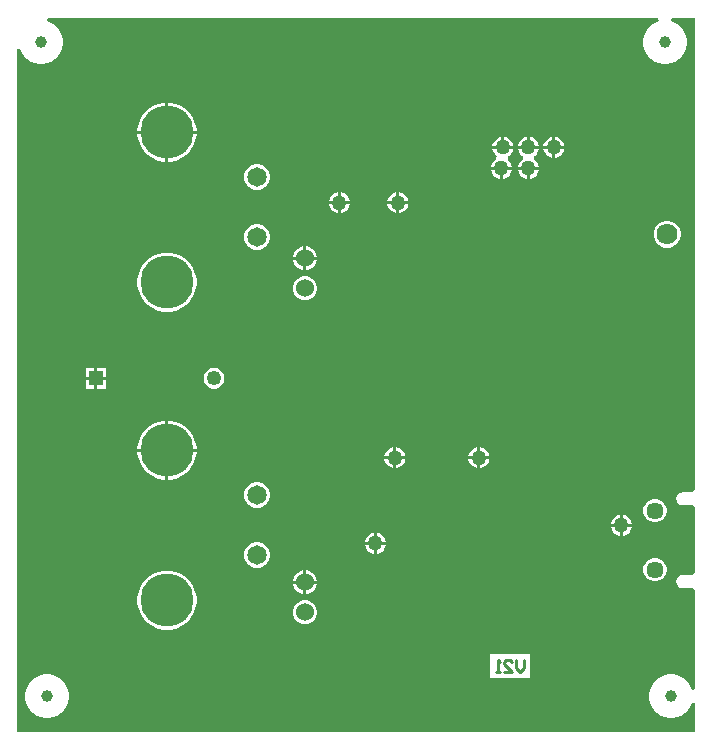
<source format=gbr>
%TF.GenerationSoftware,Altium Limited,Altium Designer,24.6.1 (21)*%
G04 Layer_Physical_Order=2*
G04 Layer_Color=16711680*
%FSLAX45Y45*%
%MOMM*%
%TF.SameCoordinates,AC9FF34B-BC34-43DD-B331-A16B571A9E15*%
%TF.FilePolarity,Positive*%
%TF.FileFunction,Copper,L2,Bot,Signal*%
%TF.Part,Single*%
G01*
G75*
%TA.AperFunction,ComponentPad*%
%ADD25C,1.25000*%
%ADD26C,1.52400*%
%ADD27C,4.50000*%
%ADD28R,1.25000X1.25000*%
%ADD29C,1.65000*%
%ADD30C,1.45000*%
%ADD31C,1.00000*%
%ADD32C,1.78000*%
%TA.AperFunction,ViaPad*%
%ADD33C,1.27000*%
%TA.AperFunction,NonConductor*%
%ADD34C,0.25400*%
G36*
X5842000Y2149869D02*
X5816600Y2132134D01*
X5808800Y2133686D01*
X5738800D01*
X5717184Y2129386D01*
X5698859Y2117142D01*
X5686614Y2098816D01*
X5682315Y2077200D01*
X5686614Y2055584D01*
X5698859Y2037259D01*
X5717184Y2025015D01*
X5738800Y2020715D01*
X5808800D01*
X5816600Y2022266D01*
X5842000Y2004532D01*
Y1449869D01*
X5816600Y1432134D01*
X5808800Y1433685D01*
X5738800D01*
X5717184Y1429386D01*
X5698859Y1417141D01*
X5686614Y1398816D01*
X5682315Y1377200D01*
X5686614Y1355584D01*
X5698859Y1337259D01*
X5717184Y1325015D01*
X5738800Y1320715D01*
X5808800D01*
X5816600Y1322266D01*
X5842000Y1304532D01*
Y465370D01*
X5817075Y460479D01*
X5803099Y494220D01*
X5782810Y524586D01*
X5756986Y550410D01*
X5726620Y570699D01*
X5692879Y584675D01*
X5657060Y591800D01*
X5620540D01*
X5584721Y584675D01*
X5550980Y570699D01*
X5520614Y550410D01*
X5494790Y524586D01*
X5474501Y494220D01*
X5460525Y460479D01*
X5453400Y424660D01*
Y388140D01*
X5460525Y352321D01*
X5474501Y318580D01*
X5494790Y288214D01*
X5520614Y262390D01*
X5550980Y242101D01*
X5584721Y228125D01*
X5620540Y221000D01*
X5657060D01*
X5692879Y228125D01*
X5726620Y242101D01*
X5756986Y262390D01*
X5782810Y288214D01*
X5803099Y318580D01*
X5817075Y352321D01*
X5842000Y347430D01*
Y101600D01*
X101600D01*
Y5884630D01*
X126525Y5889521D01*
X140501Y5855780D01*
X160790Y5825414D01*
X186614Y5799590D01*
X216980Y5779301D01*
X250721Y5765325D01*
X286540Y5758200D01*
X323060D01*
X358879Y5765325D01*
X392620Y5779301D01*
X422986Y5799590D01*
X448810Y5825414D01*
X469099Y5855780D01*
X483075Y5889521D01*
X490200Y5925340D01*
Y5961860D01*
X483075Y5997679D01*
X469099Y6031420D01*
X448810Y6061786D01*
X422986Y6087610D01*
X392620Y6107899D01*
X358879Y6121875D01*
X363770Y6146800D01*
X5529030D01*
X5533921Y6121875D01*
X5500180Y6107899D01*
X5469814Y6087610D01*
X5443990Y6061786D01*
X5423701Y6031420D01*
X5409725Y5997679D01*
X5402600Y5961860D01*
Y5925340D01*
X5409725Y5889521D01*
X5423701Y5855780D01*
X5443990Y5825414D01*
X5469814Y5799590D01*
X5500180Y5779301D01*
X5533921Y5765325D01*
X5569740Y5758200D01*
X5606260D01*
X5642079Y5765325D01*
X5675820Y5779301D01*
X5706186Y5799590D01*
X5732010Y5825414D01*
X5752299Y5855780D01*
X5766275Y5889521D01*
X5773400Y5925340D01*
Y5961860D01*
X5766275Y5997679D01*
X5752299Y6031420D01*
X5732010Y6061786D01*
X5706186Y6087610D01*
X5675820Y6107899D01*
X5642079Y6121875D01*
X5646970Y6146800D01*
X5842000D01*
Y2149869D01*
D02*
G37*
%LPC*%
G36*
X1396262Y5432000D02*
X1384300D01*
Y5194300D01*
X1622000D01*
Y5206262D01*
X1612377Y5254639D01*
X1593502Y5300209D01*
X1566098Y5341221D01*
X1531221Y5376098D01*
X1490209Y5403502D01*
X1444639Y5422377D01*
X1396262Y5432000D01*
D02*
G37*
G36*
X1358900D02*
X1346938D01*
X1298561Y5422377D01*
X1252991Y5403502D01*
X1211979Y5376098D01*
X1177102Y5341221D01*
X1149698Y5300209D01*
X1130823Y5254639D01*
X1121200Y5206262D01*
Y5194300D01*
X1358900D01*
Y5432000D01*
D02*
G37*
G36*
X4660900Y5143233D02*
Y5067300D01*
X4736833D01*
X4731042Y5088914D01*
X4719338Y5109186D01*
X4702786Y5125738D01*
X4682514Y5137442D01*
X4660900Y5143233D01*
D02*
G37*
G36*
X4635500D02*
X4613886Y5137442D01*
X4593614Y5125738D01*
X4577062Y5109186D01*
X4565358Y5088914D01*
X4559567Y5067300D01*
X4635500D01*
Y5143233D01*
D02*
G37*
G36*
X4445000D02*
Y5067300D01*
X4520933D01*
X4515142Y5088914D01*
X4503438Y5109186D01*
X4486886Y5125738D01*
X4466614Y5137442D01*
X4445000Y5143233D01*
D02*
G37*
G36*
X4419600D02*
X4397986Y5137442D01*
X4377714Y5125738D01*
X4361162Y5109186D01*
X4349458Y5088914D01*
X4343667Y5067300D01*
X4419600D01*
Y5143233D01*
D02*
G37*
G36*
X4229100D02*
Y5067300D01*
X4305033D01*
X4299242Y5088914D01*
X4287538Y5109186D01*
X4270986Y5125738D01*
X4250714Y5137442D01*
X4229100Y5143233D01*
D02*
G37*
G36*
X4203700D02*
X4182086Y5137442D01*
X4161814Y5125738D01*
X4145262Y5109186D01*
X4133558Y5088914D01*
X4127767Y5067300D01*
X4203700D01*
Y5143233D01*
D02*
G37*
G36*
X4736833Y5041900D02*
X4660900D01*
Y4965967D01*
X4682514Y4971758D01*
X4702786Y4983462D01*
X4719338Y5000014D01*
X4731042Y5020286D01*
X4736833Y5041900D01*
D02*
G37*
G36*
X4635500D02*
X4559567D01*
X4565358Y5020286D01*
X4577062Y5000014D01*
X4593614Y4983462D01*
X4613886Y4971758D01*
X4635500Y4965967D01*
Y5041900D01*
D02*
G37*
G36*
X1622000Y5168900D02*
X1384300D01*
Y4931200D01*
X1396262D01*
X1444639Y4940823D01*
X1490209Y4959698D01*
X1531221Y4987102D01*
X1566098Y5021979D01*
X1593502Y5062991D01*
X1612377Y5108561D01*
X1622000Y5156938D01*
Y5168900D01*
D02*
G37*
G36*
X1358900D02*
X1121200D01*
Y5156938D01*
X1130823Y5108561D01*
X1149698Y5062991D01*
X1177102Y5021979D01*
X1211979Y4987102D01*
X1252991Y4959698D01*
X1298561Y4940823D01*
X1346938Y4931200D01*
X1358900D01*
Y5168900D01*
D02*
G37*
G36*
X4520933Y5041900D02*
X4343667D01*
X4349458Y5020286D01*
X4361162Y5000014D01*
X4377714Y4983462D01*
X4383079Y4980365D01*
Y4951035D01*
X4377714Y4947938D01*
X4361162Y4931386D01*
X4349458Y4911114D01*
X4343667Y4889500D01*
X4520933D01*
X4515142Y4911114D01*
X4503438Y4931386D01*
X4486886Y4947938D01*
X4481521Y4951035D01*
Y4980365D01*
X4486886Y4983462D01*
X4503438Y5000014D01*
X4515142Y5020286D01*
X4520933Y5041900D01*
D02*
G37*
G36*
X4305033D02*
X4127767D01*
X4133558Y5020286D01*
X4145262Y5000014D01*
X4161814Y4983462D01*
X4161852Y4983440D01*
X4163139Y4979376D01*
X4160829Y4954701D01*
X4149114Y4947938D01*
X4132562Y4931386D01*
X4120858Y4911114D01*
X4115067Y4889500D01*
X4292333D01*
X4286542Y4911114D01*
X4274838Y4931386D01*
X4258286Y4947938D01*
X4258248Y4947960D01*
X4256961Y4952024D01*
X4259271Y4976699D01*
X4270986Y4983462D01*
X4287538Y5000014D01*
X4299242Y5020286D01*
X4305033Y5041900D01*
D02*
G37*
G36*
X4520933Y4864100D02*
X4445000D01*
Y4788167D01*
X4466614Y4793958D01*
X4486886Y4805662D01*
X4503438Y4822214D01*
X4515142Y4842486D01*
X4520933Y4864100D01*
D02*
G37*
G36*
X4419600D02*
X4343667D01*
X4349458Y4842486D01*
X4361162Y4822214D01*
X4377714Y4805662D01*
X4397986Y4793958D01*
X4419600Y4788167D01*
Y4864100D01*
D02*
G37*
G36*
X4292333D02*
X4216400D01*
Y4788167D01*
X4238014Y4793958D01*
X4258286Y4805662D01*
X4274838Y4822214D01*
X4286542Y4842486D01*
X4292333Y4864100D01*
D02*
G37*
G36*
X4191000D02*
X4115067D01*
X4120858Y4842486D01*
X4132562Y4822214D01*
X4149114Y4805662D01*
X4169386Y4793958D01*
X4191000Y4788167D01*
Y4864100D01*
D02*
G37*
G36*
X2147805Y4909500D02*
X2119395D01*
X2091952Y4902147D01*
X2067348Y4887941D01*
X2047259Y4867852D01*
X2033053Y4843248D01*
X2025700Y4815805D01*
Y4787395D01*
X2033053Y4759952D01*
X2047259Y4735348D01*
X2067348Y4715259D01*
X2091952Y4701053D01*
X2119395Y4693700D01*
X2147805D01*
X2175248Y4701053D01*
X2199852Y4715259D01*
X2219941Y4735348D01*
X2234147Y4759952D01*
X2241500Y4787395D01*
Y4815805D01*
X2234147Y4843248D01*
X2219941Y4867852D01*
X2199852Y4887941D01*
X2175248Y4902147D01*
X2147805Y4909500D01*
D02*
G37*
G36*
X3340100Y4673333D02*
Y4597400D01*
X3416033D01*
X3410242Y4619014D01*
X3398538Y4639286D01*
X3381986Y4655838D01*
X3361714Y4667542D01*
X3340100Y4673333D01*
D02*
G37*
G36*
X3314700D02*
X3293086Y4667542D01*
X3272814Y4655838D01*
X3256262Y4639286D01*
X3244558Y4619014D01*
X3238767Y4597400D01*
X3314700D01*
Y4673333D01*
D02*
G37*
G36*
X2844800D02*
Y4597400D01*
X2920733D01*
X2914942Y4619014D01*
X2903238Y4639286D01*
X2886686Y4655838D01*
X2866414Y4667542D01*
X2844800Y4673333D01*
D02*
G37*
G36*
X2819400D02*
X2797786Y4667542D01*
X2777514Y4655838D01*
X2760962Y4639286D01*
X2749258Y4619014D01*
X2743467Y4597400D01*
X2819400D01*
Y4673333D01*
D02*
G37*
G36*
X3416033Y4572000D02*
X3340100D01*
Y4496067D01*
X3361714Y4501858D01*
X3381986Y4513562D01*
X3398538Y4530114D01*
X3410242Y4550386D01*
X3416033Y4572000D01*
D02*
G37*
G36*
X3314700D02*
X3238767D01*
X3244558Y4550386D01*
X3256262Y4530114D01*
X3272814Y4513562D01*
X3293086Y4501858D01*
X3314700Y4496067D01*
Y4572000D01*
D02*
G37*
G36*
X2920733D02*
X2844800D01*
Y4496067D01*
X2866414Y4501858D01*
X2886686Y4513562D01*
X2903238Y4530114D01*
X2914942Y4550386D01*
X2920733Y4572000D01*
D02*
G37*
G36*
X2819400D02*
X2743467D01*
X2749258Y4550386D01*
X2760962Y4530114D01*
X2777514Y4513562D01*
X2797786Y4501858D01*
X2819400Y4496067D01*
Y4572000D01*
D02*
G37*
G36*
X5621661Y4432400D02*
X5591539D01*
X5562443Y4424604D01*
X5536357Y4409543D01*
X5515057Y4388243D01*
X5499996Y4362157D01*
X5492200Y4333061D01*
Y4302939D01*
X5499996Y4273843D01*
X5515057Y4247757D01*
X5536357Y4226457D01*
X5562443Y4211396D01*
X5591539Y4203600D01*
X5621661D01*
X5650757Y4211396D01*
X5676843Y4226457D01*
X5698143Y4247757D01*
X5713203Y4273843D01*
X5721000Y4302939D01*
Y4333061D01*
X5713203Y4362157D01*
X5698143Y4388243D01*
X5676843Y4409543D01*
X5650757Y4424604D01*
X5621661Y4432400D01*
D02*
G37*
G36*
X2147805Y4400500D02*
X2119395D01*
X2091952Y4393147D01*
X2067348Y4378941D01*
X2047259Y4358852D01*
X2033053Y4334248D01*
X2025700Y4306805D01*
Y4278395D01*
X2033053Y4250952D01*
X2047259Y4226348D01*
X2067348Y4206259D01*
X2091952Y4192053D01*
X2119395Y4184700D01*
X2147805D01*
X2175248Y4192053D01*
X2199852Y4206259D01*
X2219941Y4226348D01*
X2234147Y4250952D01*
X2241500Y4278395D01*
Y4306805D01*
X2234147Y4334248D01*
X2219941Y4358852D01*
X2199852Y4378941D01*
X2175248Y4393147D01*
X2147805Y4400500D01*
D02*
G37*
G36*
X2553376Y4216400D02*
X2552700D01*
Y4127500D01*
X2641600D01*
Y4128176D01*
X2634676Y4154016D01*
X2621300Y4177184D01*
X2602384Y4196100D01*
X2579216Y4209476D01*
X2553376Y4216400D01*
D02*
G37*
G36*
X2527300D02*
X2526624D01*
X2500784Y4209476D01*
X2477616Y4196100D01*
X2458700Y4177184D01*
X2445324Y4154016D01*
X2438400Y4128176D01*
Y4127500D01*
X2527300D01*
Y4216400D01*
D02*
G37*
G36*
X2641600Y4102100D02*
X2552700D01*
Y4013200D01*
X2553376D01*
X2579216Y4020124D01*
X2602384Y4033500D01*
X2621300Y4052416D01*
X2634676Y4075584D01*
X2641600Y4101424D01*
Y4102100D01*
D02*
G37*
G36*
X2527300D02*
X2438400D01*
Y4101424D01*
X2445324Y4075584D01*
X2458700Y4052416D01*
X2477616Y4033500D01*
X2500784Y4020124D01*
X2526624Y4013200D01*
X2527300D01*
Y4102100D01*
D02*
G37*
G36*
X2553376Y3962400D02*
X2526624D01*
X2500784Y3955476D01*
X2477616Y3942100D01*
X2458700Y3923184D01*
X2445324Y3900016D01*
X2438400Y3874176D01*
Y3847424D01*
X2445324Y3821584D01*
X2458700Y3798416D01*
X2477616Y3779500D01*
X2500784Y3766124D01*
X2526624Y3759200D01*
X2553376D01*
X2579216Y3766124D01*
X2602384Y3779500D01*
X2621300Y3798416D01*
X2634676Y3821584D01*
X2641600Y3847424D01*
Y3874176D01*
X2634676Y3900016D01*
X2621300Y3923184D01*
X2602384Y3942100D01*
X2579216Y3955476D01*
X2553376Y3962400D01*
D02*
G37*
G36*
X1396262Y4162000D02*
X1346938D01*
X1298561Y4152377D01*
X1252991Y4133502D01*
X1211979Y4106098D01*
X1177102Y4071221D01*
X1149698Y4030209D01*
X1130823Y3984639D01*
X1121200Y3936262D01*
Y3886938D01*
X1130823Y3838561D01*
X1149698Y3792991D01*
X1177102Y3751979D01*
X1211979Y3717102D01*
X1252991Y3689698D01*
X1298561Y3670823D01*
X1346938Y3661200D01*
X1396262D01*
X1444639Y3670823D01*
X1490209Y3689698D01*
X1531221Y3717102D01*
X1566098Y3751979D01*
X1593502Y3792991D01*
X1612377Y3838561D01*
X1622000Y3886938D01*
Y3936262D01*
X1612377Y3984639D01*
X1593502Y4030209D01*
X1566098Y4071221D01*
X1531221Y4106098D01*
X1490209Y4133502D01*
X1444639Y4152377D01*
X1396262Y4162000D01*
D02*
G37*
G36*
X857900Y3186700D02*
X782700D01*
Y3111500D01*
X857900D01*
Y3186700D01*
D02*
G37*
G36*
X757300D02*
X682100D01*
Y3111500D01*
X757300D01*
Y3186700D01*
D02*
G37*
G36*
X1781572D02*
X1758428D01*
X1736072Y3180710D01*
X1716028Y3169137D01*
X1699663Y3152772D01*
X1688090Y3132728D01*
X1682100Y3110372D01*
Y3087228D01*
X1688090Y3064872D01*
X1699663Y3044828D01*
X1716028Y3028463D01*
X1736072Y3016890D01*
X1758428Y3010900D01*
X1781572D01*
X1803928Y3016890D01*
X1823972Y3028463D01*
X1840337Y3044828D01*
X1851910Y3064872D01*
X1857900Y3087228D01*
Y3110372D01*
X1851910Y3132728D01*
X1840337Y3152772D01*
X1823972Y3169137D01*
X1803928Y3180710D01*
X1781572Y3186700D01*
D02*
G37*
G36*
X857900Y3086100D02*
X782700D01*
Y3010900D01*
X857900D01*
Y3086100D01*
D02*
G37*
G36*
X757300D02*
X682100D01*
Y3010900D01*
X757300D01*
Y3086100D01*
D02*
G37*
G36*
X1396262Y2739600D02*
X1384300D01*
Y2501900D01*
X1622000D01*
Y2513862D01*
X1612377Y2562239D01*
X1593502Y2607809D01*
X1566098Y2648821D01*
X1531221Y2683698D01*
X1490209Y2711102D01*
X1444639Y2729977D01*
X1396262Y2739600D01*
D02*
G37*
G36*
X1358900D02*
X1346938D01*
X1298561Y2729977D01*
X1252991Y2711102D01*
X1211979Y2683698D01*
X1177102Y2648821D01*
X1149698Y2607809D01*
X1130823Y2562239D01*
X1121200Y2513862D01*
Y2501900D01*
X1358900D01*
Y2739600D01*
D02*
G37*
G36*
X4025900Y2514333D02*
Y2438400D01*
X4101833D01*
X4096042Y2460014D01*
X4084338Y2480286D01*
X4067786Y2496838D01*
X4047514Y2508542D01*
X4025900Y2514333D01*
D02*
G37*
G36*
X4000500D02*
X3978886Y2508542D01*
X3958614Y2496838D01*
X3942062Y2480286D01*
X3930358Y2460014D01*
X3924567Y2438400D01*
X4000500D01*
Y2514333D01*
D02*
G37*
G36*
X3314700D02*
Y2438400D01*
X3390633D01*
X3384842Y2460014D01*
X3373138Y2480286D01*
X3356586Y2496838D01*
X3336314Y2508542D01*
X3314700Y2514333D01*
D02*
G37*
G36*
X3289300D02*
X3267686Y2508542D01*
X3247414Y2496838D01*
X3230862Y2480286D01*
X3219158Y2460014D01*
X3213367Y2438400D01*
X3289300D01*
Y2514333D01*
D02*
G37*
G36*
X4101833Y2413000D02*
X4025900D01*
Y2337067D01*
X4047514Y2342858D01*
X4067786Y2354562D01*
X4084338Y2371114D01*
X4096042Y2391386D01*
X4101833Y2413000D01*
D02*
G37*
G36*
X4000500D02*
X3924567D01*
X3930358Y2391386D01*
X3942062Y2371114D01*
X3958614Y2354562D01*
X3978886Y2342858D01*
X4000500Y2337067D01*
Y2413000D01*
D02*
G37*
G36*
X3390633D02*
X3314700D01*
Y2337067D01*
X3336314Y2342858D01*
X3356586Y2354562D01*
X3373138Y2371114D01*
X3384842Y2391386D01*
X3390633Y2413000D01*
D02*
G37*
G36*
X3289300D02*
X3213367D01*
X3219158Y2391386D01*
X3230862Y2371114D01*
X3247414Y2354562D01*
X3267686Y2342858D01*
X3289300Y2337067D01*
Y2413000D01*
D02*
G37*
G36*
X1622000Y2476500D02*
X1384300D01*
Y2238800D01*
X1396262D01*
X1444639Y2248423D01*
X1490209Y2267298D01*
X1531221Y2294702D01*
X1566098Y2329579D01*
X1593502Y2370591D01*
X1612377Y2416161D01*
X1622000Y2464538D01*
Y2476500D01*
D02*
G37*
G36*
X1358900D02*
X1121200D01*
Y2464538D01*
X1130823Y2416161D01*
X1149698Y2370591D01*
X1177102Y2329579D01*
X1211979Y2294702D01*
X1252991Y2267298D01*
X1298561Y2248423D01*
X1346938Y2238800D01*
X1358900D01*
Y2476500D01*
D02*
G37*
G36*
X2147805Y2217100D02*
X2119395D01*
X2091952Y2209747D01*
X2067348Y2195541D01*
X2047259Y2175452D01*
X2033053Y2150848D01*
X2025700Y2123405D01*
Y2094995D01*
X2033053Y2067552D01*
X2047259Y2042948D01*
X2067348Y2022859D01*
X2091952Y2008653D01*
X2119395Y2001300D01*
X2147805D01*
X2175248Y2008653D01*
X2199852Y2022859D01*
X2219941Y2042948D01*
X2234147Y2067552D01*
X2241500Y2094995D01*
Y2123405D01*
X2234147Y2150848D01*
X2219941Y2175452D01*
X2199852Y2195541D01*
X2175248Y2209747D01*
X2147805Y2217100D01*
D02*
G37*
G36*
X5516689Y2075100D02*
X5490911D01*
X5466012Y2068428D01*
X5443688Y2055540D01*
X5425461Y2037312D01*
X5412572Y2014988D01*
X5405900Y1990089D01*
Y1964312D01*
X5412572Y1939412D01*
X5425461Y1917088D01*
X5443688Y1898861D01*
X5466012Y1885972D01*
X5490911Y1879300D01*
X5516689D01*
X5541588Y1885972D01*
X5563912Y1898861D01*
X5582139Y1917088D01*
X5595028Y1939412D01*
X5601700Y1964312D01*
Y1990089D01*
X5595028Y2014988D01*
X5582139Y2037312D01*
X5563912Y2055540D01*
X5541588Y2068428D01*
X5516689Y2075100D01*
D02*
G37*
G36*
X5232400Y1942833D02*
Y1866900D01*
X5308333D01*
X5302542Y1888514D01*
X5290838Y1908786D01*
X5274286Y1925338D01*
X5254014Y1937042D01*
X5232400Y1942833D01*
D02*
G37*
G36*
X5207000D02*
X5185386Y1937042D01*
X5165114Y1925338D01*
X5148562Y1908786D01*
X5136858Y1888514D01*
X5131067Y1866900D01*
X5207000D01*
Y1942833D01*
D02*
G37*
G36*
X5308333Y1841500D02*
X5232400D01*
Y1765567D01*
X5254014Y1771358D01*
X5274286Y1783062D01*
X5290838Y1799614D01*
X5302542Y1819886D01*
X5308333Y1841500D01*
D02*
G37*
G36*
X5207000D02*
X5131067D01*
X5136858Y1819886D01*
X5148562Y1799614D01*
X5165114Y1783062D01*
X5185386Y1771358D01*
X5207000Y1765567D01*
Y1841500D01*
D02*
G37*
G36*
X3149600Y1790433D02*
Y1714500D01*
X3225533D01*
X3219742Y1736114D01*
X3208038Y1756386D01*
X3191486Y1772938D01*
X3171214Y1784642D01*
X3149600Y1790433D01*
D02*
G37*
G36*
X3124200D02*
X3102586Y1784642D01*
X3082314Y1772938D01*
X3065762Y1756386D01*
X3054058Y1736114D01*
X3048267Y1714500D01*
X3124200D01*
Y1790433D01*
D02*
G37*
G36*
X3225533Y1689100D02*
X3149600D01*
Y1613167D01*
X3171214Y1618958D01*
X3191486Y1630662D01*
X3208038Y1647214D01*
X3219742Y1667486D01*
X3225533Y1689100D01*
D02*
G37*
G36*
X3124200D02*
X3048267D01*
X3054058Y1667486D01*
X3065762Y1647214D01*
X3082314Y1630662D01*
X3102586Y1618958D01*
X3124200Y1613167D01*
Y1689100D01*
D02*
G37*
G36*
X2147805Y1708100D02*
X2119395D01*
X2091952Y1700747D01*
X2067348Y1686541D01*
X2047259Y1666452D01*
X2033053Y1641848D01*
X2025700Y1614405D01*
Y1585995D01*
X2033053Y1558552D01*
X2047259Y1533948D01*
X2067348Y1513859D01*
X2091952Y1499653D01*
X2119395Y1492300D01*
X2147805D01*
X2175248Y1499653D01*
X2199852Y1513859D01*
X2219941Y1533948D01*
X2234147Y1558552D01*
X2241500Y1585995D01*
Y1614405D01*
X2234147Y1641848D01*
X2219941Y1666452D01*
X2199852Y1686541D01*
X2175248Y1700747D01*
X2147805Y1708100D01*
D02*
G37*
G36*
X2553376Y1473200D02*
X2552700D01*
Y1384300D01*
X2641600D01*
Y1384976D01*
X2634676Y1410816D01*
X2621300Y1433984D01*
X2602384Y1452900D01*
X2579216Y1466276D01*
X2553376Y1473200D01*
D02*
G37*
G36*
X2527300D02*
X2526624D01*
X2500784Y1466276D01*
X2477616Y1452900D01*
X2458700Y1433984D01*
X2445324Y1410816D01*
X2438400Y1384976D01*
Y1384300D01*
X2527300D01*
Y1473200D01*
D02*
G37*
G36*
X5516689Y1575100D02*
X5490911D01*
X5466012Y1568428D01*
X5443688Y1555540D01*
X5425461Y1537312D01*
X5412572Y1514988D01*
X5405900Y1490089D01*
Y1464312D01*
X5412572Y1439412D01*
X5425461Y1417088D01*
X5443688Y1398861D01*
X5466012Y1385972D01*
X5490911Y1379300D01*
X5516689D01*
X5541588Y1385972D01*
X5563912Y1398861D01*
X5582139Y1417088D01*
X5595028Y1439412D01*
X5601700Y1464312D01*
Y1490089D01*
X5595028Y1514988D01*
X5582139Y1537312D01*
X5563912Y1555540D01*
X5541588Y1568428D01*
X5516689Y1575100D01*
D02*
G37*
G36*
X2641600Y1358900D02*
X2552700D01*
Y1270000D01*
X2553376D01*
X2579216Y1276924D01*
X2602384Y1290300D01*
X2621300Y1309216D01*
X2634676Y1332384D01*
X2641600Y1358224D01*
Y1358900D01*
D02*
G37*
G36*
X2527300D02*
X2438400D01*
Y1358224D01*
X2445324Y1332384D01*
X2458700Y1309216D01*
X2477616Y1290300D01*
X2500784Y1276924D01*
X2526624Y1270000D01*
X2527300D01*
Y1358900D01*
D02*
G37*
G36*
X2553376Y1219200D02*
X2526624D01*
X2500784Y1212276D01*
X2477616Y1198900D01*
X2458700Y1179984D01*
X2445324Y1156816D01*
X2438400Y1130976D01*
Y1104224D01*
X2445324Y1078384D01*
X2458700Y1055216D01*
X2477616Y1036300D01*
X2500784Y1022924D01*
X2526624Y1016000D01*
X2553376D01*
X2579216Y1022924D01*
X2602384Y1036300D01*
X2621300Y1055216D01*
X2634676Y1078384D01*
X2641600Y1104224D01*
Y1130976D01*
X2634676Y1156816D01*
X2621300Y1179984D01*
X2602384Y1198900D01*
X2579216Y1212276D01*
X2553376Y1219200D01*
D02*
G37*
G36*
X1396262Y1469600D02*
X1346938D01*
X1298561Y1459977D01*
X1252991Y1441102D01*
X1211979Y1413698D01*
X1177102Y1378821D01*
X1149698Y1337809D01*
X1130823Y1292239D01*
X1121200Y1243862D01*
Y1194538D01*
X1130823Y1146161D01*
X1149698Y1100591D01*
X1177102Y1059579D01*
X1211979Y1024702D01*
X1252991Y997298D01*
X1298561Y978423D01*
X1346938Y968800D01*
X1396262D01*
X1444639Y978423D01*
X1490209Y997298D01*
X1531221Y1024702D01*
X1566098Y1059579D01*
X1593502Y1100591D01*
X1612377Y1146161D01*
X1622000Y1194538D01*
Y1243862D01*
X1612377Y1292239D01*
X1593502Y1337809D01*
X1566098Y1378821D01*
X1531221Y1413698D01*
X1490209Y1441102D01*
X1444639Y1459977D01*
X1396262Y1469600D01*
D02*
G37*
G36*
X4445000Y761967D02*
X4106410D01*
Y558800D01*
X4445000D01*
Y761967D01*
D02*
G37*
G36*
X373860Y591800D02*
X337340D01*
X301521Y584675D01*
X267780Y570699D01*
X237414Y550410D01*
X211590Y524586D01*
X191301Y494220D01*
X177325Y460479D01*
X170200Y424660D01*
Y388140D01*
X177325Y352321D01*
X191301Y318580D01*
X211590Y288214D01*
X237414Y262390D01*
X267780Y242101D01*
X301521Y228125D01*
X337340Y221000D01*
X373860D01*
X409679Y228125D01*
X443420Y242101D01*
X473786Y262390D01*
X499610Y288214D01*
X519899Y318580D01*
X533875Y352321D01*
X541000Y388140D01*
Y424660D01*
X533875Y460479D01*
X519899Y494220D01*
X499610Y524586D01*
X473786Y550410D01*
X443420Y570699D01*
X409679Y584675D01*
X373860Y591800D01*
D02*
G37*
%LPD*%
D25*
X1770000Y3098800D02*
D03*
D26*
X2540000Y3860800D02*
D03*
Y1117600D02*
D03*
Y4114800D02*
D03*
Y1371600D02*
D03*
D27*
X1371600Y3911600D02*
D03*
Y1219200D02*
D03*
Y5181600D02*
D03*
Y2489200D02*
D03*
D28*
X770000Y3098800D02*
D03*
D29*
X2133600Y2109200D02*
D03*
Y1600200D02*
D03*
Y4801600D02*
D03*
Y4292600D02*
D03*
D30*
X5503800Y1977200D02*
D03*
Y1477200D02*
D03*
D31*
X304800Y5943600D02*
D03*
X5588000D02*
D03*
X5638800Y406400D02*
D03*
X355600D02*
D03*
D32*
X5606600Y4318000D02*
D03*
D33*
X4013200Y2425700D02*
D03*
X3327400Y4584700D02*
D03*
X2832100D02*
D03*
X3302000Y2425700D02*
D03*
X3136900Y1701800D02*
D03*
X4432300Y4876800D02*
D03*
X4203700D02*
D03*
X4216400Y5054600D02*
D03*
X4432300D02*
D03*
X4648200D02*
D03*
X5219700Y1854200D02*
D03*
D34*
X4394200Y711167D02*
Y643456D01*
X4360344Y609600D01*
X4326489Y643456D01*
Y711167D01*
X4224921Y609600D02*
X4292633D01*
X4224921Y677311D01*
Y694239D01*
X4241849Y711167D01*
X4275705D01*
X4292633Y694239D01*
X4191066Y609600D02*
X4157210D01*
X4174138D01*
Y711167D01*
X4191066Y694239D01*
%TF.MD5,2d5e48ee3c630d1a2e473b7799b8b3eb*%
M02*

</source>
